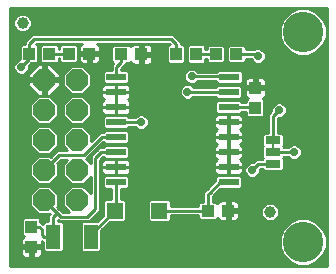
<source format=gtl>
G75*
%MOIN*%
%OFA0B0*%
%FSLAX25Y25*%
%IPPOS*%
%LPD*%
%AMOC8*
5,1,8,0,0,1.08239X$1,22.5*
%
%ADD10OC8,0.07400*%
%ADD11R,0.06657X0.02252*%
%ADD12R,0.05512X0.05512*%
%ADD13R,0.03937X0.04331*%
%ADD14R,0.04331X0.03937*%
%ADD15R,0.04724X0.07874*%
%ADD16R,0.03937X0.03937*%
%ADD17C,0.03937*%
%ADD18R,0.05000X0.02500*%
%ADD19R,0.01000X0.01600*%
%ADD20C,0.01000*%
%ADD21C,0.00900*%
%ADD22C,0.02900*%
%ADD23C,0.13500*%
D10*
X0104833Y0112901D03*
X0115833Y0112901D03*
X0115833Y0122901D03*
X0104833Y0122901D03*
X0104833Y0132901D03*
X0115833Y0132901D03*
X0115833Y0142901D03*
X0104833Y0142901D03*
X0104833Y0152901D03*
X0115833Y0152901D03*
D11*
X0128812Y0153901D03*
X0128812Y0148901D03*
X0128812Y0143901D03*
X0128812Y0138901D03*
X0128812Y0133901D03*
X0128812Y0128901D03*
X0128812Y0123901D03*
X0128812Y0118901D03*
X0166375Y0118901D03*
X0166375Y0123901D03*
X0166375Y0128901D03*
X0166375Y0133901D03*
X0166375Y0138901D03*
X0166375Y0143901D03*
X0166375Y0148901D03*
X0166572Y0153901D03*
D12*
X0143314Y0109346D03*
X0128353Y0109346D03*
D13*
X0100571Y0103950D03*
X0100571Y0097257D03*
X0175253Y0143659D03*
X0175253Y0150352D03*
X0155570Y0161533D03*
X0148877Y0161533D03*
X0106600Y0161665D03*
X0099907Y0161665D03*
D14*
X0130587Y0161525D03*
X0137280Y0161525D03*
X0159524Y0109317D03*
X0166217Y0109317D03*
D15*
X0120473Y0100701D03*
X0107874Y0100701D03*
D16*
X0113021Y0161665D03*
X0119926Y0161665D03*
X0162071Y0161533D03*
X0168976Y0161533D03*
D17*
X0097683Y0171873D03*
X0180183Y0108873D03*
D18*
X0181183Y0124873D03*
X0181183Y0128873D03*
X0181183Y0132873D03*
D19*
X0181183Y0130873D03*
D20*
X0093333Y0090903D02*
X0093333Y0176903D01*
X0199183Y0176903D01*
X0199183Y0090903D01*
X0093333Y0090903D01*
X0093333Y0091869D02*
X0187653Y0091869D01*
X0186737Y0092248D02*
X0189622Y0091053D01*
X0192745Y0091053D01*
X0195630Y0092248D01*
X0197838Y0094457D01*
X0199033Y0097342D01*
X0199033Y0100465D01*
X0197838Y0103350D01*
X0195630Y0105558D01*
X0192745Y0106753D01*
X0189622Y0106753D01*
X0186737Y0105558D01*
X0184528Y0103350D01*
X0183333Y0100465D01*
X0183333Y0097342D01*
X0184528Y0094457D01*
X0186737Y0092248D01*
X0186118Y0092867D02*
X0093333Y0092867D01*
X0093333Y0093866D02*
X0097726Y0093866D01*
X0097682Y0093891D02*
X0098024Y0093694D01*
X0098405Y0093592D01*
X0100087Y0093592D01*
X0100087Y0096773D01*
X0097103Y0096773D01*
X0097103Y0094894D01*
X0097205Y0094513D01*
X0097403Y0094171D01*
X0097682Y0093891D01*
X0097111Y0094864D02*
X0093333Y0094864D01*
X0093333Y0095863D02*
X0097103Y0095863D01*
X0097103Y0097741D02*
X0100087Y0097741D01*
X0100087Y0096773D01*
X0101056Y0096773D01*
X0101056Y0097741D01*
X0104040Y0097741D01*
X0104040Y0099225D01*
X0104241Y0099023D01*
X0104412Y0099023D01*
X0104412Y0096309D01*
X0105056Y0095664D01*
X0110692Y0095664D01*
X0111336Y0096309D01*
X0111336Y0105094D01*
X0110692Y0105738D01*
X0109424Y0105738D01*
X0109424Y0106119D01*
X0109739Y0105803D01*
X0119965Y0105803D01*
X0120873Y0106711D01*
X0123533Y0109371D01*
X0123533Y0109513D01*
X0123534Y0109514D01*
X0123533Y0110153D01*
X0123533Y0110795D01*
X0123532Y0110796D01*
X0123504Y0126260D01*
X0124473Y0127229D01*
X0125027Y0126675D01*
X0132596Y0126675D01*
X0133241Y0127320D01*
X0133241Y0130483D01*
X0132596Y0131127D01*
X0125027Y0131127D01*
X0124383Y0130483D01*
X0124383Y0130451D01*
X0123311Y0130451D01*
X0122403Y0129543D01*
X0121310Y0128450D01*
X0121309Y0128450D01*
X0120857Y0127997D01*
X0120403Y0127543D01*
X0120403Y0127542D01*
X0120402Y0127541D01*
X0120403Y0126902D01*
X0120403Y0126259D01*
X0120404Y0126258D01*
X0120407Y0125116D01*
X0118953Y0126569D01*
X0119643Y0127259D01*
X0124543Y0132159D01*
X0125027Y0131675D01*
X0132596Y0131675D01*
X0133241Y0132320D01*
X0133241Y0135483D01*
X0132596Y0136127D01*
X0125027Y0136127D01*
X0124383Y0135483D01*
X0124383Y0135451D01*
X0123451Y0135451D01*
X0120633Y0132633D01*
X0120633Y0134890D01*
X0117822Y0137701D01*
X0113845Y0137701D01*
X0111033Y0134890D01*
X0111033Y0130913D01*
X0112495Y0129451D01*
X0109191Y0129451D01*
X0107131Y0127391D01*
X0106822Y0127701D01*
X0102845Y0127701D01*
X0100033Y0124890D01*
X0100033Y0120913D01*
X0102845Y0118101D01*
X0106822Y0118101D01*
X0109633Y0120913D01*
X0109633Y0124890D01*
X0109323Y0125199D01*
X0110475Y0126351D01*
X0112495Y0126351D01*
X0111033Y0124890D01*
X0111033Y0120913D01*
X0113845Y0118101D01*
X0117822Y0118101D01*
X0120414Y0120694D01*
X0120424Y0115098D01*
X0117822Y0117701D01*
X0113845Y0117701D01*
X0111033Y0114890D01*
X0111033Y0110913D01*
X0113043Y0108903D01*
X0111023Y0108903D01*
X0110802Y0109124D01*
X0109894Y0110032D01*
X0109323Y0110603D01*
X0109633Y0110913D01*
X0109633Y0114890D01*
X0106822Y0117701D01*
X0102845Y0117701D01*
X0100033Y0114890D01*
X0100033Y0110913D01*
X0102845Y0108101D01*
X0106679Y0108101D01*
X0106324Y0107746D01*
X0106324Y0105738D01*
X0105056Y0105738D01*
X0104412Y0105094D01*
X0104412Y0104937D01*
X0103849Y0105500D01*
X0103640Y0105500D01*
X0103640Y0106571D01*
X0102995Y0107215D01*
X0098147Y0107215D01*
X0097503Y0106571D01*
X0097503Y0101329D01*
X0098016Y0100816D01*
X0097682Y0100623D01*
X0097403Y0100343D01*
X0097205Y0100001D01*
X0097103Y0099620D01*
X0097103Y0097741D01*
X0097103Y0097860D02*
X0093333Y0097860D01*
X0093333Y0098858D02*
X0097103Y0098858D01*
X0097166Y0099857D02*
X0093333Y0099857D01*
X0093333Y0100855D02*
X0097976Y0100855D01*
X0097503Y0101854D02*
X0093333Y0101854D01*
X0093333Y0102852D02*
X0097503Y0102852D01*
X0097503Y0103851D02*
X0093333Y0103851D01*
X0093333Y0104850D02*
X0097503Y0104850D01*
X0097503Y0105848D02*
X0093333Y0105848D01*
X0093333Y0106847D02*
X0097779Y0106847D01*
X0101104Y0109842D02*
X0093333Y0109842D01*
X0093333Y0108844D02*
X0102103Y0108844D01*
X0103364Y0106847D02*
X0106324Y0106847D01*
X0106324Y0105848D02*
X0103640Y0105848D01*
X0106423Y0107845D02*
X0093333Y0107845D01*
X0093333Y0110841D02*
X0100106Y0110841D01*
X0100033Y0111839D02*
X0093333Y0111839D01*
X0093333Y0112838D02*
X0100033Y0112838D01*
X0100033Y0113836D02*
X0093333Y0113836D01*
X0093333Y0114835D02*
X0100033Y0114835D01*
X0100977Y0115833D02*
X0093333Y0115833D01*
X0093333Y0116832D02*
X0101975Y0116832D01*
X0102118Y0118829D02*
X0093333Y0118829D01*
X0093333Y0119827D02*
X0101119Y0119827D01*
X0100121Y0120826D02*
X0093333Y0120826D01*
X0093333Y0121824D02*
X0100033Y0121824D01*
X0100033Y0122823D02*
X0093333Y0122823D01*
X0093333Y0123821D02*
X0100033Y0123821D01*
X0100033Y0124820D02*
X0093333Y0124820D01*
X0093333Y0125818D02*
X0100962Y0125818D01*
X0101961Y0126817D02*
X0093333Y0126817D01*
X0093333Y0127815D02*
X0107555Y0127815D01*
X0106822Y0128101D02*
X0109633Y0130913D01*
X0109633Y0134890D01*
X0106822Y0137701D01*
X0102845Y0137701D01*
X0100033Y0134890D01*
X0100033Y0130913D01*
X0102845Y0128101D01*
X0106822Y0128101D01*
X0107534Y0128814D02*
X0108554Y0128814D01*
X0108533Y0129812D02*
X0112134Y0129812D01*
X0111136Y0130811D02*
X0109531Y0130811D01*
X0109633Y0131809D02*
X0111033Y0131809D01*
X0111033Y0132808D02*
X0109633Y0132808D01*
X0109633Y0133806D02*
X0111033Y0133806D01*
X0111033Y0134805D02*
X0109633Y0134805D01*
X0108719Y0135803D02*
X0111947Y0135803D01*
X0112946Y0136802D02*
X0107721Y0136802D01*
X0106822Y0138101D02*
X0109633Y0140913D01*
X0109633Y0144890D01*
X0106822Y0147701D01*
X0102845Y0147701D01*
X0100033Y0144890D01*
X0100033Y0140913D01*
X0102845Y0138101D01*
X0106822Y0138101D01*
X0107519Y0138799D02*
X0113148Y0138799D01*
X0113845Y0138101D02*
X0117822Y0138101D01*
X0120633Y0140913D01*
X0120633Y0144890D01*
X0117822Y0147701D01*
X0113845Y0147701D01*
X0111033Y0144890D01*
X0111033Y0140913D01*
X0113845Y0138101D01*
X0112149Y0139797D02*
X0108518Y0139797D01*
X0109516Y0140796D02*
X0111151Y0140796D01*
X0111033Y0141794D02*
X0109633Y0141794D01*
X0109633Y0142793D02*
X0111033Y0142793D01*
X0111033Y0143791D02*
X0109633Y0143791D01*
X0109633Y0144790D02*
X0111033Y0144790D01*
X0111932Y0145788D02*
X0108734Y0145788D01*
X0107736Y0146787D02*
X0112931Y0146787D01*
X0113845Y0148101D02*
X0117822Y0148101D01*
X0120633Y0150913D01*
X0120633Y0154890D01*
X0117822Y0157701D01*
X0113845Y0157701D01*
X0111033Y0154890D01*
X0111033Y0150913D01*
X0113845Y0148101D01*
X0113162Y0148784D02*
X0108070Y0148784D01*
X0109068Y0149783D02*
X0112164Y0149783D01*
X0111165Y0150781D02*
X0110033Y0150781D01*
X0110033Y0150747D02*
X0110033Y0152401D01*
X0105333Y0152401D01*
X0105333Y0147701D01*
X0106987Y0147701D01*
X0110033Y0150747D01*
X0110033Y0151780D02*
X0111033Y0151780D01*
X0111033Y0152778D02*
X0105333Y0152778D01*
X0105333Y0152401D02*
X0105333Y0153401D01*
X0104333Y0153401D01*
X0104333Y0152401D01*
X0099633Y0152401D01*
X0099633Y0150747D01*
X0102679Y0147701D01*
X0104333Y0147701D01*
X0104333Y0152401D01*
X0105333Y0152401D01*
X0105333Y0151780D02*
X0104333Y0151780D01*
X0104333Y0152778D02*
X0093333Y0152778D01*
X0093333Y0151780D02*
X0099633Y0151780D01*
X0099633Y0150781D02*
X0093333Y0150781D01*
X0093333Y0149783D02*
X0100598Y0149783D01*
X0101597Y0148784D02*
X0093333Y0148784D01*
X0093333Y0147785D02*
X0102595Y0147785D01*
X0101931Y0146787D02*
X0093333Y0146787D01*
X0093333Y0145788D02*
X0100932Y0145788D01*
X0100033Y0144790D02*
X0093333Y0144790D01*
X0093333Y0143791D02*
X0100033Y0143791D01*
X0100033Y0142793D02*
X0093333Y0142793D01*
X0093333Y0141794D02*
X0100033Y0141794D01*
X0100151Y0140796D02*
X0093333Y0140796D01*
X0093333Y0139797D02*
X0101149Y0139797D01*
X0102148Y0138799D02*
X0093333Y0138799D01*
X0093333Y0137800D02*
X0124383Y0137800D01*
X0124383Y0137320D02*
X0125027Y0136675D01*
X0132596Y0136675D01*
X0133241Y0137320D01*
X0133241Y0137351D01*
X0135099Y0137351D01*
X0135739Y0136712D01*
X0136676Y0136323D01*
X0137691Y0136323D01*
X0138628Y0136712D01*
X0139345Y0137429D01*
X0139733Y0138366D01*
X0139733Y0139381D01*
X0139345Y0140318D01*
X0138628Y0141035D01*
X0137691Y0141423D01*
X0136676Y0141423D01*
X0135739Y0141035D01*
X0135155Y0140451D01*
X0133241Y0140451D01*
X0133241Y0140483D01*
X0132596Y0141127D01*
X0125027Y0141127D01*
X0124383Y0140483D01*
X0124383Y0137320D01*
X0124901Y0136802D02*
X0118721Y0136802D01*
X0119719Y0135803D02*
X0124704Y0135803D01*
X0122805Y0134805D02*
X0120633Y0134805D01*
X0120633Y0133806D02*
X0121806Y0133806D01*
X0120808Y0132808D02*
X0120633Y0132808D01*
X0123195Y0130811D02*
X0124711Y0130811D01*
X0124893Y0131809D02*
X0124193Y0131809D01*
X0122672Y0129812D02*
X0122196Y0129812D01*
X0122403Y0129543D02*
X0122403Y0129543D01*
X0121674Y0128814D02*
X0121198Y0128814D01*
X0120675Y0127815D02*
X0120199Y0127815D01*
X0120403Y0126817D02*
X0119201Y0126817D01*
X0119705Y0125818D02*
X0120405Y0125818D01*
X0123505Y0125818D02*
X0124208Y0125818D01*
X0124283Y0125948D02*
X0124085Y0125606D01*
X0123983Y0125225D01*
X0123983Y0123964D01*
X0128749Y0123964D01*
X0128749Y0123838D01*
X0128875Y0123838D01*
X0128875Y0121275D01*
X0132338Y0121275D01*
X0132720Y0121378D01*
X0133062Y0121575D01*
X0133341Y0121854D01*
X0133538Y0122196D01*
X0133641Y0122578D01*
X0133641Y0123838D01*
X0128875Y0123838D01*
X0128875Y0123964D01*
X0133641Y0123964D01*
X0133641Y0125225D01*
X0133538Y0125606D01*
X0133341Y0125948D01*
X0133062Y0126228D01*
X0132720Y0126425D01*
X0132338Y0126527D01*
X0128875Y0126527D01*
X0128875Y0123964D01*
X0128749Y0123964D01*
X0128749Y0126527D01*
X0125286Y0126527D01*
X0124904Y0126425D01*
X0124562Y0126228D01*
X0124283Y0125948D01*
X0124061Y0126817D02*
X0124886Y0126817D01*
X0123983Y0124820D02*
X0123507Y0124820D01*
X0123509Y0123821D02*
X0123983Y0123821D01*
X0123983Y0123838D02*
X0123983Y0122578D01*
X0124085Y0122196D01*
X0124283Y0121854D01*
X0124562Y0121575D01*
X0124904Y0121378D01*
X0125286Y0121275D01*
X0128749Y0121275D01*
X0128749Y0123838D01*
X0123983Y0123838D01*
X0123983Y0122823D02*
X0123511Y0122823D01*
X0123512Y0121824D02*
X0124313Y0121824D01*
X0125027Y0121127D02*
X0124383Y0120483D01*
X0124383Y0117320D01*
X0125027Y0116675D01*
X0127262Y0116675D01*
X0127262Y0113201D01*
X0125141Y0113201D01*
X0124497Y0112557D01*
X0124497Y0107682D01*
X0122554Y0105738D01*
X0117655Y0105738D01*
X0117010Y0105094D01*
X0117010Y0096309D01*
X0117655Y0095664D01*
X0123290Y0095664D01*
X0123935Y0096309D01*
X0123935Y0102735D01*
X0126689Y0105490D01*
X0131565Y0105490D01*
X0132209Y0106134D01*
X0132209Y0112557D01*
X0131565Y0113201D01*
X0130362Y0113201D01*
X0130362Y0116675D01*
X0132596Y0116675D01*
X0133241Y0117320D01*
X0133241Y0120483D01*
X0132596Y0121127D01*
X0125027Y0121127D01*
X0124726Y0120826D02*
X0123514Y0120826D01*
X0123516Y0119827D02*
X0124383Y0119827D01*
X0124383Y0118829D02*
X0123518Y0118829D01*
X0123520Y0117830D02*
X0124383Y0117830D01*
X0124871Y0116832D02*
X0123521Y0116832D01*
X0123523Y0115833D02*
X0127262Y0115833D01*
X0127262Y0114835D02*
X0123525Y0114835D01*
X0123527Y0113836D02*
X0127262Y0113836D01*
X0124778Y0112838D02*
X0123529Y0112838D01*
X0123530Y0111839D02*
X0124497Y0111839D01*
X0124497Y0110841D02*
X0123532Y0110841D01*
X0123534Y0109842D02*
X0124497Y0109842D01*
X0124497Y0108844D02*
X0123006Y0108844D01*
X0122007Y0107845D02*
X0124497Y0107845D01*
X0123662Y0106847D02*
X0121009Y0106847D01*
X0120010Y0105848D02*
X0122663Y0105848D01*
X0125050Y0103851D02*
X0185029Y0103851D01*
X0184322Y0102852D02*
X0124052Y0102852D01*
X0123935Y0101854D02*
X0183909Y0101854D01*
X0183495Y0100855D02*
X0123935Y0100855D01*
X0123935Y0099857D02*
X0183333Y0099857D01*
X0183333Y0098858D02*
X0123935Y0098858D01*
X0123935Y0097860D02*
X0183333Y0097860D01*
X0183532Y0096861D02*
X0123935Y0096861D01*
X0123489Y0095863D02*
X0183946Y0095863D01*
X0184360Y0094864D02*
X0104032Y0094864D01*
X0104040Y0094894D02*
X0104040Y0096773D01*
X0101056Y0096773D01*
X0101056Y0093592D01*
X0102737Y0093592D01*
X0103119Y0093694D01*
X0103461Y0093891D01*
X0103740Y0094171D01*
X0103938Y0094513D01*
X0104040Y0094894D01*
X0104040Y0095863D02*
X0104858Y0095863D01*
X0104412Y0096861D02*
X0101056Y0096861D01*
X0100087Y0096861D02*
X0093333Y0096861D01*
X0100087Y0095863D02*
X0101056Y0095863D01*
X0101056Y0094864D02*
X0100087Y0094864D01*
X0100087Y0093866D02*
X0101056Y0093866D01*
X0103417Y0093866D02*
X0185119Y0093866D01*
X0194714Y0091869D02*
X0199183Y0091869D01*
X0199183Y0092867D02*
X0196249Y0092867D01*
X0197247Y0093866D02*
X0199183Y0093866D01*
X0199183Y0094864D02*
X0198007Y0094864D01*
X0198421Y0095863D02*
X0199183Y0095863D01*
X0199183Y0096861D02*
X0198834Y0096861D01*
X0199033Y0097860D02*
X0199183Y0097860D01*
X0199183Y0098858D02*
X0199033Y0098858D01*
X0199033Y0099857D02*
X0199183Y0099857D01*
X0199183Y0100855D02*
X0198871Y0100855D01*
X0199183Y0101854D02*
X0198458Y0101854D01*
X0198044Y0102852D02*
X0199183Y0102852D01*
X0199183Y0103851D02*
X0197337Y0103851D01*
X0196339Y0104850D02*
X0199183Y0104850D01*
X0199183Y0105848D02*
X0194930Y0105848D01*
X0199183Y0106847D02*
X0182496Y0106847D01*
X0182785Y0107135D02*
X0183252Y0108263D01*
X0183252Y0109484D01*
X0182785Y0110611D01*
X0181921Y0111475D01*
X0180794Y0111942D01*
X0179573Y0111942D01*
X0178445Y0111475D01*
X0177582Y0110611D01*
X0177115Y0109484D01*
X0177115Y0108263D01*
X0177582Y0107135D01*
X0178445Y0106272D01*
X0179573Y0105805D01*
X0180794Y0105805D01*
X0181921Y0106272D01*
X0182785Y0107135D01*
X0183079Y0107845D02*
X0199183Y0107845D01*
X0199183Y0108844D02*
X0183252Y0108844D01*
X0183103Y0109842D02*
X0199183Y0109842D01*
X0199183Y0110841D02*
X0182556Y0110841D01*
X0181042Y0111839D02*
X0199183Y0111839D01*
X0199183Y0112838D02*
X0161074Y0112838D01*
X0161074Y0112386D02*
X0161074Y0114152D01*
X0161193Y0114271D01*
X0161613Y0114691D01*
X0163597Y0116675D01*
X0170159Y0116675D01*
X0170804Y0117320D01*
X0170804Y0120483D01*
X0170159Y0121127D01*
X0162590Y0121127D01*
X0161946Y0120483D01*
X0161946Y0119408D01*
X0159421Y0116883D01*
X0159001Y0116463D01*
X0157974Y0115436D01*
X0157974Y0112386D01*
X0156903Y0112386D01*
X0156258Y0111741D01*
X0156258Y0110896D01*
X0147170Y0110896D01*
X0147170Y0112557D01*
X0146525Y0113201D01*
X0140102Y0113201D01*
X0139458Y0112557D01*
X0139458Y0106134D01*
X0140102Y0105490D01*
X0146525Y0105490D01*
X0147170Y0106134D01*
X0147170Y0107796D01*
X0156258Y0107796D01*
X0156258Y0106893D01*
X0156903Y0106249D01*
X0162145Y0106249D01*
X0162658Y0106762D01*
X0162851Y0106428D01*
X0163130Y0106148D01*
X0163472Y0105951D01*
X0163854Y0105849D01*
X0165732Y0105849D01*
X0165732Y0108833D01*
X0166701Y0108833D01*
X0166701Y0109802D01*
X0165732Y0109802D01*
X0165732Y0112786D01*
X0163854Y0112786D01*
X0163472Y0112684D01*
X0163130Y0112486D01*
X0162851Y0112207D01*
X0162658Y0111872D01*
X0162145Y0112386D01*
X0161074Y0112386D01*
X0161074Y0113836D02*
X0199183Y0113836D01*
X0199183Y0114835D02*
X0161757Y0114835D01*
X0162755Y0115833D02*
X0199183Y0115833D01*
X0199183Y0116832D02*
X0170316Y0116832D01*
X0170804Y0117830D02*
X0199183Y0117830D01*
X0199183Y0118829D02*
X0170804Y0118829D01*
X0170804Y0119827D02*
X0199183Y0119827D01*
X0199183Y0120826D02*
X0175742Y0120826D01*
X0175628Y0120712D02*
X0176345Y0121429D01*
X0176733Y0122366D01*
X0176733Y0123231D01*
X0176825Y0123323D01*
X0177583Y0123323D01*
X0177583Y0123168D01*
X0178228Y0122523D01*
X0184139Y0122523D01*
X0184783Y0123168D01*
X0184783Y0126579D01*
X0184489Y0126873D01*
X0184783Y0127168D01*
X0184783Y0127323D01*
X0186127Y0127323D01*
X0186739Y0126712D01*
X0187676Y0126323D01*
X0188691Y0126323D01*
X0189628Y0126712D01*
X0190345Y0127429D01*
X0190733Y0128366D01*
X0190733Y0129381D01*
X0190345Y0130318D01*
X0189628Y0131035D01*
X0188691Y0131423D01*
X0187676Y0131423D01*
X0186739Y0131035D01*
X0186127Y0130423D01*
X0184783Y0130423D01*
X0184783Y0130579D01*
X0184489Y0130873D01*
X0184783Y0131168D01*
X0184783Y0134579D01*
X0184139Y0135223D01*
X0182733Y0135223D01*
X0182733Y0140231D01*
X0182825Y0140323D01*
X0183691Y0140323D01*
X0184628Y0140712D01*
X0185345Y0141429D01*
X0185733Y0142366D01*
X0185733Y0143381D01*
X0185345Y0144318D01*
X0184628Y0145035D01*
X0183691Y0145423D01*
X0182676Y0145423D01*
X0181739Y0145035D01*
X0181022Y0144318D01*
X0180633Y0143381D01*
X0180633Y0142515D01*
X0179633Y0141515D01*
X0179633Y0135223D01*
X0178228Y0135223D01*
X0177583Y0134579D01*
X0177583Y0131168D01*
X0177878Y0130873D01*
X0177583Y0130579D01*
X0177583Y0127168D01*
X0177878Y0126873D01*
X0177583Y0126579D01*
X0177583Y0126423D01*
X0175541Y0126423D01*
X0174541Y0125423D01*
X0173676Y0125423D01*
X0172739Y0125035D01*
X0172022Y0124318D01*
X0171633Y0123381D01*
X0171633Y0122366D01*
X0172022Y0121429D01*
X0172739Y0120712D01*
X0173676Y0120323D01*
X0174691Y0120323D01*
X0175628Y0120712D01*
X0176509Y0121824D02*
X0199183Y0121824D01*
X0199183Y0122823D02*
X0184438Y0122823D01*
X0184783Y0123821D02*
X0199183Y0123821D01*
X0199183Y0124820D02*
X0184783Y0124820D01*
X0184783Y0125818D02*
X0199183Y0125818D01*
X0199183Y0126817D02*
X0189733Y0126817D01*
X0190505Y0127815D02*
X0199183Y0127815D01*
X0199183Y0128814D02*
X0190733Y0128814D01*
X0190554Y0129812D02*
X0199183Y0129812D01*
X0199183Y0130811D02*
X0189852Y0130811D01*
X0186515Y0130811D02*
X0184551Y0130811D01*
X0184783Y0131809D02*
X0199183Y0131809D01*
X0199183Y0132808D02*
X0184783Y0132808D01*
X0184783Y0133806D02*
X0199183Y0133806D01*
X0199183Y0134805D02*
X0184557Y0134805D01*
X0182733Y0135803D02*
X0199183Y0135803D01*
X0199183Y0136802D02*
X0182733Y0136802D01*
X0182733Y0137800D02*
X0199183Y0137800D01*
X0199183Y0138799D02*
X0182733Y0138799D01*
X0182733Y0139797D02*
X0199183Y0139797D01*
X0199183Y0140796D02*
X0184712Y0140796D01*
X0185497Y0141794D02*
X0199183Y0141794D01*
X0199183Y0142793D02*
X0185733Y0142793D01*
X0185563Y0143791D02*
X0199183Y0143791D01*
X0199183Y0144790D02*
X0184873Y0144790D01*
X0181494Y0144790D02*
X0178322Y0144790D01*
X0178322Y0145788D02*
X0199183Y0145788D01*
X0199183Y0146787D02*
X0177815Y0146787D01*
X0177809Y0146793D02*
X0178143Y0146986D01*
X0178422Y0147265D01*
X0178620Y0147607D01*
X0178722Y0147989D01*
X0178722Y0149868D01*
X0175738Y0149868D01*
X0175738Y0150836D01*
X0178722Y0150836D01*
X0178722Y0152715D01*
X0178620Y0153096D01*
X0178422Y0153438D01*
X0178143Y0153717D01*
X0177801Y0153915D01*
X0177419Y0154017D01*
X0175738Y0154017D01*
X0175738Y0150836D01*
X0174769Y0150836D01*
X0174769Y0149868D01*
X0171785Y0149868D01*
X0171785Y0147989D01*
X0171887Y0147607D01*
X0172085Y0147265D01*
X0172364Y0146986D01*
X0172698Y0146793D01*
X0172185Y0146280D01*
X0172185Y0145451D01*
X0170804Y0145451D01*
X0170804Y0145483D01*
X0170159Y0146127D01*
X0162590Y0146127D01*
X0161946Y0145483D01*
X0161946Y0142320D01*
X0162590Y0141675D01*
X0170159Y0141675D01*
X0170804Y0142320D01*
X0170804Y0142351D01*
X0172185Y0142351D01*
X0172185Y0141038D01*
X0172829Y0140394D01*
X0177677Y0140394D01*
X0178322Y0141038D01*
X0178322Y0146280D01*
X0177809Y0146793D01*
X0178667Y0147785D02*
X0199183Y0147785D01*
X0199183Y0148784D02*
X0178722Y0148784D01*
X0178722Y0149783D02*
X0199183Y0149783D01*
X0199183Y0150781D02*
X0175738Y0150781D01*
X0174769Y0150781D02*
X0170505Y0150781D01*
X0170804Y0150483D02*
X0170159Y0151127D01*
X0162590Y0151127D01*
X0161946Y0150483D01*
X0161946Y0150451D01*
X0154610Y0150451D01*
X0153998Y0151063D01*
X0153061Y0151451D01*
X0152046Y0151451D01*
X0151109Y0151063D01*
X0150392Y0150346D01*
X0150003Y0149409D01*
X0150003Y0148394D01*
X0150392Y0147457D01*
X0151109Y0146740D01*
X0152046Y0146351D01*
X0153061Y0146351D01*
X0153998Y0146740D01*
X0154610Y0147351D01*
X0161946Y0147351D01*
X0161946Y0147320D01*
X0162590Y0146675D01*
X0170159Y0146675D01*
X0170804Y0147320D01*
X0170804Y0150483D01*
X0170804Y0149783D02*
X0171785Y0149783D01*
X0171785Y0148784D02*
X0170804Y0148784D01*
X0170804Y0147785D02*
X0171839Y0147785D01*
X0172692Y0146787D02*
X0170271Y0146787D01*
X0170498Y0145788D02*
X0172185Y0145788D01*
X0172185Y0141794D02*
X0170278Y0141794D01*
X0170283Y0141425D02*
X0169901Y0141527D01*
X0166438Y0141527D01*
X0166438Y0138964D01*
X0171204Y0138964D01*
X0171204Y0140225D01*
X0171101Y0140606D01*
X0170904Y0140948D01*
X0170625Y0141228D01*
X0170283Y0141425D01*
X0170992Y0140796D02*
X0172427Y0140796D01*
X0171204Y0139797D02*
X0179633Y0139797D01*
X0179633Y0138799D02*
X0171204Y0138799D01*
X0171204Y0138838D02*
X0166438Y0138838D01*
X0166438Y0136275D01*
X0166438Y0133964D01*
X0171204Y0133964D01*
X0171204Y0135225D01*
X0171101Y0135606D01*
X0170904Y0135948D01*
X0170625Y0136228D01*
X0170324Y0136401D01*
X0170625Y0136575D01*
X0170904Y0136854D01*
X0171101Y0137196D01*
X0171204Y0137578D01*
X0171204Y0138838D01*
X0171204Y0137800D02*
X0179633Y0137800D01*
X0179633Y0136802D02*
X0170851Y0136802D01*
X0170988Y0135803D02*
X0179633Y0135803D01*
X0177809Y0134805D02*
X0171204Y0134805D01*
X0171204Y0133838D02*
X0166438Y0133838D01*
X0166438Y0131275D01*
X0166438Y0128964D01*
X0171204Y0128964D01*
X0171204Y0130225D01*
X0171101Y0130606D01*
X0170904Y0130948D01*
X0170625Y0131228D01*
X0170324Y0131401D01*
X0170625Y0131575D01*
X0170904Y0131854D01*
X0171101Y0132196D01*
X0171204Y0132578D01*
X0171204Y0133838D01*
X0171204Y0133806D02*
X0177583Y0133806D01*
X0177583Y0132808D02*
X0171204Y0132808D01*
X0170859Y0131809D02*
X0177583Y0131809D01*
X0177815Y0130811D02*
X0170983Y0130811D01*
X0171204Y0129812D02*
X0177583Y0129812D01*
X0177583Y0128814D02*
X0171204Y0128814D01*
X0171204Y0128838D02*
X0166438Y0128838D01*
X0166438Y0126275D01*
X0166438Y0123964D01*
X0171204Y0123964D01*
X0171204Y0125225D01*
X0171101Y0125606D01*
X0170904Y0125948D01*
X0170625Y0126228D01*
X0170324Y0126401D01*
X0170625Y0126575D01*
X0170904Y0126854D01*
X0171101Y0127196D01*
X0171204Y0127578D01*
X0171204Y0128838D01*
X0171204Y0127815D02*
X0177583Y0127815D01*
X0177821Y0126817D02*
X0170866Y0126817D01*
X0170979Y0125818D02*
X0174936Y0125818D01*
X0172523Y0124820D02*
X0171204Y0124820D01*
X0171204Y0123838D02*
X0166438Y0123838D01*
X0166438Y0121275D01*
X0169901Y0121275D01*
X0170283Y0121378D01*
X0170625Y0121575D01*
X0170904Y0121854D01*
X0171101Y0122196D01*
X0171204Y0122578D01*
X0171204Y0123838D01*
X0171204Y0123821D02*
X0171816Y0123821D01*
X0171633Y0122823D02*
X0171204Y0122823D01*
X0170874Y0121824D02*
X0171858Y0121824D01*
X0172625Y0120826D02*
X0170461Y0120826D01*
X0166438Y0121824D02*
X0166312Y0121824D01*
X0166312Y0121275D02*
X0166312Y0123838D01*
X0166438Y0123838D01*
X0166438Y0123964D01*
X0166312Y0123964D01*
X0166312Y0123838D01*
X0161546Y0123838D01*
X0161546Y0122578D01*
X0161648Y0122196D01*
X0161846Y0121854D01*
X0162125Y0121575D01*
X0162467Y0121378D01*
X0162849Y0121275D01*
X0166312Y0121275D01*
X0166312Y0122823D02*
X0166438Y0122823D01*
X0166438Y0123821D02*
X0166312Y0123821D01*
X0166312Y0123964D02*
X0161546Y0123964D01*
X0161546Y0125225D01*
X0161648Y0125606D01*
X0161846Y0125948D01*
X0162125Y0126228D01*
X0162426Y0126401D01*
X0162125Y0126575D01*
X0161846Y0126854D01*
X0161648Y0127196D01*
X0161546Y0127578D01*
X0161546Y0128838D01*
X0166312Y0128838D01*
X0166438Y0128838D01*
X0166438Y0128964D01*
X0166312Y0128964D01*
X0166312Y0128838D01*
X0166312Y0123964D01*
X0166312Y0124820D02*
X0166438Y0124820D01*
X0166438Y0125818D02*
X0166312Y0125818D01*
X0166312Y0126817D02*
X0166438Y0126817D01*
X0166438Y0127815D02*
X0166312Y0127815D01*
X0166312Y0128814D02*
X0166438Y0128814D01*
X0166312Y0128964D02*
X0161546Y0128964D01*
X0161546Y0130225D01*
X0161648Y0130606D01*
X0161846Y0130948D01*
X0162125Y0131228D01*
X0162426Y0131401D01*
X0162125Y0131575D01*
X0161846Y0131854D01*
X0161648Y0132196D01*
X0161546Y0132578D01*
X0161546Y0133838D01*
X0166312Y0133838D01*
X0166438Y0133838D01*
X0166438Y0133964D01*
X0166312Y0133964D01*
X0166312Y0133838D01*
X0166312Y0128964D01*
X0166312Y0129812D02*
X0166438Y0129812D01*
X0166438Y0130811D02*
X0166312Y0130811D01*
X0166312Y0131809D02*
X0166438Y0131809D01*
X0166438Y0132808D02*
X0166312Y0132808D01*
X0166312Y0133806D02*
X0166438Y0133806D01*
X0166312Y0133964D02*
X0161546Y0133964D01*
X0161546Y0135225D01*
X0161648Y0135606D01*
X0161846Y0135948D01*
X0162125Y0136228D01*
X0162426Y0136401D01*
X0162125Y0136575D01*
X0161846Y0136854D01*
X0161648Y0137196D01*
X0161546Y0137578D01*
X0161546Y0138838D01*
X0166312Y0138838D01*
X0166438Y0138838D01*
X0166438Y0138964D01*
X0166312Y0138964D01*
X0166312Y0138838D01*
X0166312Y0133964D01*
X0166312Y0134805D02*
X0166438Y0134805D01*
X0166438Y0135803D02*
X0166312Y0135803D01*
X0166312Y0136802D02*
X0166438Y0136802D01*
X0166438Y0137800D02*
X0166312Y0137800D01*
X0166312Y0138799D02*
X0166438Y0138799D01*
X0166312Y0138964D02*
X0161546Y0138964D01*
X0161546Y0140225D01*
X0161648Y0140606D01*
X0161846Y0140948D01*
X0162125Y0141228D01*
X0162467Y0141425D01*
X0162849Y0141527D01*
X0166312Y0141527D01*
X0166312Y0138964D01*
X0166312Y0139797D02*
X0166438Y0139797D01*
X0166438Y0140796D02*
X0166312Y0140796D01*
X0162471Y0141794D02*
X0133281Y0141794D01*
X0133341Y0141854D02*
X0133538Y0142196D01*
X0133641Y0142578D01*
X0133641Y0143838D01*
X0128875Y0143838D01*
X0128875Y0141275D01*
X0132338Y0141275D01*
X0132720Y0141378D01*
X0133062Y0141575D01*
X0133341Y0141854D01*
X0133641Y0142793D02*
X0161946Y0142793D01*
X0161946Y0143791D02*
X0133641Y0143791D01*
X0133641Y0143964D02*
X0133641Y0145225D01*
X0133538Y0145606D01*
X0133341Y0145948D01*
X0133062Y0146228D01*
X0132761Y0146401D01*
X0133062Y0146575D01*
X0133341Y0146854D01*
X0133538Y0147196D01*
X0133641Y0147578D01*
X0133641Y0148838D01*
X0128875Y0148838D01*
X0128875Y0143964D01*
X0133641Y0143964D01*
X0133641Y0144790D02*
X0161946Y0144790D01*
X0162252Y0145788D02*
X0133433Y0145788D01*
X0133274Y0146787D02*
X0151061Y0146787D01*
X0150255Y0147785D02*
X0133641Y0147785D01*
X0133641Y0148784D02*
X0150003Y0148784D01*
X0150158Y0149783D02*
X0133641Y0149783D01*
X0133641Y0150225D02*
X0133538Y0150606D01*
X0133341Y0150948D01*
X0133062Y0151228D01*
X0132720Y0151425D01*
X0132338Y0151527D01*
X0128875Y0151527D01*
X0128875Y0148964D01*
X0133641Y0148964D01*
X0133641Y0150225D01*
X0133437Y0150781D02*
X0150827Y0150781D01*
X0152609Y0151940D02*
X0153546Y0151551D01*
X0154561Y0151551D01*
X0155498Y0151940D01*
X0156110Y0152551D01*
X0162143Y0152551D01*
X0162143Y0152320D01*
X0162787Y0151675D01*
X0170356Y0151675D01*
X0171000Y0152320D01*
X0171000Y0155483D01*
X0170356Y0156127D01*
X0162787Y0156127D01*
X0162311Y0155651D01*
X0156110Y0155651D01*
X0155498Y0156263D01*
X0154561Y0156651D01*
X0153546Y0156651D01*
X0152609Y0156263D01*
X0151892Y0155546D01*
X0151503Y0154609D01*
X0151503Y0153594D01*
X0151892Y0152657D01*
X0152609Y0151940D01*
X0152995Y0151780D02*
X0132700Y0151780D01*
X0132596Y0151675D02*
X0133241Y0152320D01*
X0133241Y0155483D01*
X0132596Y0156127D01*
X0130437Y0156127D01*
X0130437Y0156535D01*
X0131229Y0157327D01*
X0132137Y0158235D01*
X0132137Y0158457D01*
X0133208Y0158457D01*
X0133721Y0158970D01*
X0133914Y0158636D01*
X0134193Y0158357D01*
X0134535Y0158159D01*
X0134917Y0158057D01*
X0136795Y0158057D01*
X0136795Y0161041D01*
X0137764Y0161041D01*
X0137764Y0158057D01*
X0139643Y0158057D01*
X0140024Y0158159D01*
X0140366Y0158357D01*
X0140645Y0158636D01*
X0140843Y0158978D01*
X0140945Y0159359D01*
X0140945Y0161041D01*
X0137764Y0161041D01*
X0137764Y0162010D01*
X0136795Y0162010D01*
X0136795Y0164994D01*
X0134917Y0164994D01*
X0134535Y0164892D01*
X0134193Y0164694D01*
X0133914Y0164415D01*
X0133721Y0164081D01*
X0133208Y0164594D01*
X0127966Y0164594D01*
X0127322Y0163949D01*
X0127322Y0159101D01*
X0127966Y0158457D01*
X0127975Y0158457D01*
X0127337Y0157819D01*
X0127337Y0156127D01*
X0125027Y0156127D01*
X0124383Y0155483D01*
X0124383Y0152320D01*
X0125027Y0151675D01*
X0132596Y0151675D01*
X0133241Y0152778D02*
X0151841Y0152778D01*
X0151503Y0153777D02*
X0133241Y0153777D01*
X0133241Y0154775D02*
X0151572Y0154775D01*
X0152119Y0155774D02*
X0132950Y0155774D01*
X0131673Y0157771D02*
X0199183Y0157771D01*
X0199183Y0158769D02*
X0177685Y0158769D01*
X0177628Y0158712D02*
X0178345Y0159429D01*
X0178733Y0160366D01*
X0178733Y0161381D01*
X0178345Y0162318D01*
X0177628Y0163035D01*
X0176691Y0163423D01*
X0175676Y0163423D01*
X0174855Y0163083D01*
X0172045Y0163083D01*
X0172045Y0163957D01*
X0171400Y0164602D01*
X0166552Y0164602D01*
X0165908Y0163957D01*
X0165908Y0159109D01*
X0166552Y0158465D01*
X0171400Y0158465D01*
X0172045Y0159109D01*
X0172045Y0159983D01*
X0173792Y0159983D01*
X0174022Y0159429D01*
X0174739Y0158712D01*
X0175676Y0158323D01*
X0176691Y0158323D01*
X0177628Y0158712D01*
X0178485Y0159768D02*
X0199183Y0159768D01*
X0199183Y0160766D02*
X0178733Y0160766D01*
X0178574Y0161765D02*
X0187905Y0161765D01*
X0186737Y0162248D02*
X0189622Y0161053D01*
X0192745Y0161053D01*
X0195630Y0162248D01*
X0197838Y0164457D01*
X0199033Y0167342D01*
X0199033Y0170465D01*
X0197838Y0173350D01*
X0195630Y0175558D01*
X0192745Y0176753D01*
X0189622Y0176753D01*
X0186737Y0175558D01*
X0184528Y0173350D01*
X0183333Y0170465D01*
X0183333Y0167342D01*
X0184528Y0164457D01*
X0186737Y0162248D01*
X0186222Y0162763D02*
X0177900Y0162763D01*
X0173881Y0159768D02*
X0172045Y0159768D01*
X0171705Y0158769D02*
X0174681Y0158769D01*
X0170710Y0155774D02*
X0199183Y0155774D01*
X0199183Y0156772D02*
X0130674Y0156772D01*
X0127337Y0156772D02*
X0118751Y0156772D01*
X0119749Y0155774D02*
X0124674Y0155774D01*
X0124383Y0154775D02*
X0120633Y0154775D01*
X0120633Y0153777D02*
X0124383Y0153777D01*
X0124383Y0152778D02*
X0120633Y0152778D01*
X0120633Y0151780D02*
X0124923Y0151780D01*
X0124904Y0151425D02*
X0125286Y0151527D01*
X0128749Y0151527D01*
X0128749Y0148964D01*
X0128749Y0148838D01*
X0128875Y0148838D01*
X0128875Y0148964D01*
X0128749Y0148964D01*
X0123983Y0148964D01*
X0123983Y0150225D01*
X0124085Y0150606D01*
X0124283Y0150948D01*
X0124562Y0151228D01*
X0124904Y0151425D01*
X0124186Y0150781D02*
X0120501Y0150781D01*
X0119503Y0149783D02*
X0123983Y0149783D01*
X0123983Y0148838D02*
X0123983Y0147578D01*
X0124085Y0147196D01*
X0124283Y0146854D01*
X0124562Y0146575D01*
X0124863Y0146401D01*
X0124562Y0146228D01*
X0124283Y0145948D01*
X0124085Y0145606D01*
X0123983Y0145225D01*
X0123983Y0143964D01*
X0128749Y0143964D01*
X0128749Y0143838D01*
X0128875Y0143838D01*
X0128875Y0143964D01*
X0128749Y0143964D01*
X0128749Y0146527D01*
X0128749Y0148838D01*
X0123983Y0148838D01*
X0123983Y0148784D02*
X0118504Y0148784D01*
X0118736Y0146787D02*
X0124350Y0146787D01*
X0124191Y0145788D02*
X0119734Y0145788D01*
X0120633Y0144790D02*
X0123983Y0144790D01*
X0123983Y0143838D02*
X0123983Y0142578D01*
X0124085Y0142196D01*
X0124283Y0141854D01*
X0124562Y0141575D01*
X0124904Y0141378D01*
X0125286Y0141275D01*
X0128749Y0141275D01*
X0128749Y0143838D01*
X0123983Y0143838D01*
X0123983Y0143791D02*
X0120633Y0143791D01*
X0120633Y0142793D02*
X0123983Y0142793D01*
X0124343Y0141794D02*
X0120633Y0141794D01*
X0120516Y0140796D02*
X0124696Y0140796D01*
X0124383Y0139797D02*
X0119518Y0139797D01*
X0118519Y0138799D02*
X0124383Y0138799D01*
X0128749Y0141794D02*
X0128875Y0141794D01*
X0128875Y0142793D02*
X0128749Y0142793D01*
X0128749Y0143791D02*
X0128875Y0143791D01*
X0128875Y0144790D02*
X0128749Y0144790D01*
X0128749Y0145788D02*
X0128875Y0145788D01*
X0128875Y0146787D02*
X0128749Y0146787D01*
X0128749Y0147785D02*
X0128875Y0147785D01*
X0128875Y0148784D02*
X0128749Y0148784D01*
X0128749Y0149783D02*
X0128875Y0149783D01*
X0128875Y0150781D02*
X0128749Y0150781D01*
X0123983Y0147785D02*
X0107071Y0147785D01*
X0105333Y0147785D02*
X0104333Y0147785D01*
X0104333Y0148784D02*
X0105333Y0148784D01*
X0105333Y0149783D02*
X0104333Y0149783D01*
X0104333Y0150781D02*
X0105333Y0150781D01*
X0105333Y0153401D02*
X0110033Y0153401D01*
X0110033Y0155055D01*
X0106987Y0158101D01*
X0105333Y0158101D01*
X0105333Y0153401D01*
X0105333Y0153777D02*
X0104333Y0153777D01*
X0104333Y0153401D02*
X0104333Y0158101D01*
X0102679Y0158101D01*
X0099633Y0155055D01*
X0099633Y0153401D01*
X0104333Y0153401D01*
X0104333Y0154775D02*
X0105333Y0154775D01*
X0105333Y0155774D02*
X0104333Y0155774D01*
X0104333Y0156772D02*
X0105333Y0156772D01*
X0105333Y0157771D02*
X0104333Y0157771D01*
X0104176Y0158400D02*
X0109024Y0158400D01*
X0109668Y0159044D01*
X0109668Y0160115D01*
X0109952Y0160115D01*
X0109952Y0159241D01*
X0110596Y0158597D01*
X0115445Y0158597D01*
X0116089Y0159241D01*
X0116089Y0164089D01*
X0115445Y0164734D01*
X0110596Y0164734D01*
X0109952Y0164089D01*
X0109952Y0163215D01*
X0109668Y0163215D01*
X0109668Y0164286D01*
X0109024Y0164931D01*
X0104176Y0164931D01*
X0103531Y0164286D01*
X0103531Y0159044D01*
X0104176Y0158400D01*
X0103806Y0158769D02*
X0102700Y0158769D01*
X0102975Y0159044D02*
X0102975Y0164286D01*
X0102331Y0164931D01*
X0102093Y0164931D01*
X0102185Y0165023D01*
X0117364Y0165023D01*
X0117037Y0164834D01*
X0116757Y0164555D01*
X0116560Y0164213D01*
X0116458Y0163831D01*
X0116458Y0162150D01*
X0119442Y0162150D01*
X0119442Y0161181D01*
X0120410Y0161181D01*
X0120410Y0158197D01*
X0122092Y0158197D01*
X0122474Y0158299D01*
X0122816Y0158497D01*
X0123095Y0158776D01*
X0123292Y0159118D01*
X0123395Y0159499D01*
X0123395Y0161181D01*
X0120410Y0161181D01*
X0120410Y0162150D01*
X0123395Y0162150D01*
X0123395Y0163831D01*
X0123292Y0164213D01*
X0123095Y0164555D01*
X0122816Y0164834D01*
X0122488Y0165023D01*
X0146541Y0165023D01*
X0146766Y0164799D01*
X0146453Y0164799D01*
X0145808Y0164154D01*
X0145808Y0158912D01*
X0146453Y0158268D01*
X0151301Y0158268D01*
X0151945Y0158912D01*
X0151945Y0164154D01*
X0151301Y0164799D01*
X0150427Y0164799D01*
X0150427Y0165522D01*
X0148733Y0167215D01*
X0147825Y0168123D01*
X0100901Y0168123D01*
X0099265Y0166487D01*
X0098357Y0165579D01*
X0098357Y0164931D01*
X0097483Y0164931D01*
X0096838Y0164286D01*
X0096838Y0159743D01*
X0096696Y0159743D01*
X0095759Y0159355D01*
X0095042Y0158638D01*
X0094653Y0157701D01*
X0094653Y0156686D01*
X0095042Y0155749D01*
X0095759Y0155032D01*
X0096696Y0154643D01*
X0097711Y0154643D01*
X0098648Y0155032D01*
X0099365Y0155749D01*
X0099753Y0156686D01*
X0099753Y0157551D01*
X0100602Y0158400D01*
X0102331Y0158400D01*
X0102975Y0159044D01*
X0102975Y0159768D02*
X0103531Y0159768D01*
X0103531Y0160766D02*
X0102975Y0160766D01*
X0102975Y0161765D02*
X0103531Y0161765D01*
X0103531Y0162763D02*
X0102975Y0162763D01*
X0102975Y0163762D02*
X0103531Y0163762D01*
X0104005Y0164760D02*
X0102501Y0164760D01*
X0099535Y0166757D02*
X0093333Y0166757D01*
X0093333Y0165759D02*
X0098537Y0165759D01*
X0097312Y0164760D02*
X0093333Y0164760D01*
X0093333Y0163762D02*
X0096838Y0163762D01*
X0096838Y0162763D02*
X0093333Y0162763D01*
X0093333Y0161765D02*
X0096838Y0161765D01*
X0096838Y0160766D02*
X0093333Y0160766D01*
X0093333Y0159768D02*
X0096838Y0159768D01*
X0095173Y0158769D02*
X0093333Y0158769D01*
X0093333Y0157771D02*
X0094682Y0157771D01*
X0094653Y0156772D02*
X0093333Y0156772D01*
X0093333Y0155774D02*
X0095031Y0155774D01*
X0096378Y0154775D02*
X0093333Y0154775D01*
X0093333Y0153777D02*
X0099633Y0153777D01*
X0099633Y0154775D02*
X0098029Y0154775D01*
X0099375Y0155774D02*
X0100352Y0155774D01*
X0099753Y0156772D02*
X0101350Y0156772D01*
X0102349Y0157771D02*
X0099973Y0157771D01*
X0107318Y0157771D02*
X0127337Y0157771D01*
X0127654Y0158769D02*
X0123088Y0158769D01*
X0123395Y0159768D02*
X0127322Y0159768D01*
X0127322Y0160766D02*
X0123395Y0160766D01*
X0123395Y0162763D02*
X0127322Y0162763D01*
X0127322Y0161765D02*
X0120410Y0161765D01*
X0119442Y0161765D02*
X0116089Y0161765D01*
X0116458Y0161181D02*
X0116458Y0159499D01*
X0116560Y0159118D01*
X0116757Y0158776D01*
X0117037Y0158497D01*
X0117379Y0158299D01*
X0117760Y0158197D01*
X0119442Y0158197D01*
X0119442Y0161181D01*
X0116458Y0161181D01*
X0116458Y0160766D02*
X0116089Y0160766D01*
X0116089Y0159768D02*
X0116458Y0159768D01*
X0116764Y0158769D02*
X0115617Y0158769D01*
X0112916Y0156772D02*
X0108316Y0156772D01*
X0109315Y0155774D02*
X0111917Y0155774D01*
X0111033Y0154775D02*
X0110033Y0154775D01*
X0110033Y0153777D02*
X0111033Y0153777D01*
X0110424Y0158769D02*
X0109393Y0158769D01*
X0109668Y0159768D02*
X0109952Y0159768D01*
X0109952Y0163762D02*
X0109668Y0163762D01*
X0109194Y0164760D02*
X0116963Y0164760D01*
X0116458Y0163762D02*
X0116089Y0163762D01*
X0116089Y0162763D02*
X0116458Y0162763D01*
X0119442Y0160766D02*
X0120410Y0160766D01*
X0120410Y0159768D02*
X0119442Y0159768D01*
X0119442Y0158769D02*
X0120410Y0158769D01*
X0133520Y0158769D02*
X0133837Y0158769D01*
X0136795Y0158769D02*
X0137764Y0158769D01*
X0137764Y0159768D02*
X0136795Y0159768D01*
X0136795Y0160766D02*
X0137764Y0160766D01*
X0137764Y0161765D02*
X0145808Y0161765D01*
X0145808Y0162763D02*
X0140945Y0162763D01*
X0140945Y0162010D02*
X0140945Y0163691D01*
X0140843Y0164073D01*
X0140645Y0164415D01*
X0140366Y0164694D01*
X0140024Y0164892D01*
X0139643Y0164994D01*
X0137764Y0164994D01*
X0137764Y0162010D01*
X0140945Y0162010D01*
X0140945Y0160766D02*
X0145808Y0160766D01*
X0145808Y0159768D02*
X0140945Y0159768D01*
X0140722Y0158769D02*
X0145952Y0158769D01*
X0151802Y0158769D02*
X0152644Y0158769D01*
X0152501Y0158912D02*
X0153146Y0158268D01*
X0157994Y0158268D01*
X0158638Y0158912D01*
X0158638Y0159983D01*
X0159002Y0159983D01*
X0159002Y0159109D01*
X0159646Y0158465D01*
X0164495Y0158465D01*
X0165139Y0159109D01*
X0165139Y0163957D01*
X0164495Y0164602D01*
X0159646Y0164602D01*
X0159002Y0163957D01*
X0159002Y0163083D01*
X0158638Y0163083D01*
X0158638Y0164154D01*
X0157994Y0164799D01*
X0153146Y0164799D01*
X0152501Y0164154D01*
X0152501Y0158912D01*
X0152501Y0159768D02*
X0151945Y0159768D01*
X0151945Y0160766D02*
X0152501Y0160766D01*
X0152501Y0161765D02*
X0151945Y0161765D01*
X0151945Y0162763D02*
X0152501Y0162763D01*
X0152501Y0163762D02*
X0151945Y0163762D01*
X0151339Y0164760D02*
X0153107Y0164760D01*
X0150190Y0165759D02*
X0183989Y0165759D01*
X0183575Y0166757D02*
X0149191Y0166757D01*
X0148193Y0167756D02*
X0183333Y0167756D01*
X0183333Y0168754D02*
X0093333Y0168754D01*
X0093333Y0167756D02*
X0100534Y0167756D01*
X0099421Y0169272D02*
X0100285Y0170135D01*
X0100752Y0171263D01*
X0100752Y0172484D01*
X0100285Y0173611D01*
X0099421Y0174475D01*
X0098294Y0174942D01*
X0097073Y0174942D01*
X0095945Y0174475D01*
X0095082Y0173611D01*
X0094615Y0172484D01*
X0094615Y0171263D01*
X0095082Y0170135D01*
X0095945Y0169272D01*
X0097073Y0168805D01*
X0098294Y0168805D01*
X0099421Y0169272D01*
X0099902Y0169753D02*
X0183333Y0169753D01*
X0183452Y0170751D02*
X0100540Y0170751D01*
X0100752Y0171750D02*
X0183866Y0171750D01*
X0184279Y0172748D02*
X0100642Y0172748D01*
X0100149Y0173747D02*
X0184925Y0173747D01*
X0185924Y0174745D02*
X0098768Y0174745D01*
X0096599Y0174745D02*
X0093333Y0174745D01*
X0093333Y0173747D02*
X0095217Y0173747D01*
X0094724Y0172748D02*
X0093333Y0172748D01*
X0093333Y0171750D02*
X0094615Y0171750D01*
X0094827Y0170751D02*
X0093333Y0170751D01*
X0093333Y0169753D02*
X0095464Y0169753D01*
X0093333Y0175744D02*
X0187185Y0175744D01*
X0189595Y0176742D02*
X0093333Y0176742D01*
X0122890Y0164760D02*
X0134308Y0164760D01*
X0136795Y0164760D02*
X0137764Y0164760D01*
X0137764Y0163762D02*
X0136795Y0163762D01*
X0136795Y0162763D02*
X0137764Y0162763D01*
X0140252Y0164760D02*
X0146414Y0164760D01*
X0145808Y0163762D02*
X0140926Y0163762D01*
X0127322Y0163762D02*
X0123395Y0163762D01*
X0155987Y0155774D02*
X0162434Y0155774D01*
X0164799Y0158769D02*
X0166248Y0158769D01*
X0165908Y0159768D02*
X0165139Y0159768D01*
X0165139Y0160766D02*
X0165908Y0160766D01*
X0165908Y0161765D02*
X0165139Y0161765D01*
X0165139Y0162763D02*
X0165908Y0162763D01*
X0165908Y0163762D02*
X0165139Y0163762D01*
X0159002Y0163762D02*
X0158638Y0163762D01*
X0158032Y0164760D02*
X0184403Y0164760D01*
X0185223Y0163762D02*
X0172045Y0163762D01*
X0159002Y0159768D02*
X0158638Y0159768D01*
X0158495Y0158769D02*
X0159342Y0158769D01*
X0171000Y0154775D02*
X0199183Y0154775D01*
X0199183Y0153777D02*
X0178040Y0153777D01*
X0178705Y0152778D02*
X0199183Y0152778D01*
X0199183Y0151780D02*
X0178722Y0151780D01*
X0175738Y0151780D02*
X0174769Y0151780D01*
X0174769Y0150836D02*
X0174769Y0154017D01*
X0173087Y0154017D01*
X0172706Y0153915D01*
X0172364Y0153717D01*
X0172085Y0153438D01*
X0171887Y0153096D01*
X0171785Y0152715D01*
X0171785Y0150836D01*
X0174769Y0150836D01*
X0174769Y0152778D02*
X0175738Y0152778D01*
X0175738Y0153777D02*
X0174769Y0153777D01*
X0172466Y0153777D02*
X0171000Y0153777D01*
X0171000Y0152778D02*
X0171802Y0152778D01*
X0171785Y0151780D02*
X0170460Y0151780D01*
X0162683Y0151780D02*
X0155112Y0151780D01*
X0154280Y0150781D02*
X0162244Y0150781D01*
X0162479Y0146787D02*
X0154045Y0146787D01*
X0161758Y0140796D02*
X0138867Y0140796D01*
X0139561Y0139797D02*
X0161546Y0139797D01*
X0161546Y0138799D02*
X0139733Y0138799D01*
X0139499Y0137800D02*
X0161546Y0137800D01*
X0161898Y0136802D02*
X0138718Y0136802D01*
X0135649Y0136802D02*
X0132723Y0136802D01*
X0132920Y0135803D02*
X0161762Y0135803D01*
X0161546Y0134805D02*
X0133241Y0134805D01*
X0133241Y0133806D02*
X0161546Y0133806D01*
X0161546Y0132808D02*
X0133241Y0132808D01*
X0132730Y0131809D02*
X0161891Y0131809D01*
X0161766Y0130811D02*
X0132913Y0130811D01*
X0133241Y0129812D02*
X0161546Y0129812D01*
X0161546Y0128814D02*
X0133241Y0128814D01*
X0133241Y0127815D02*
X0161546Y0127815D01*
X0161883Y0126817D02*
X0132738Y0126817D01*
X0133416Y0125818D02*
X0161771Y0125818D01*
X0161546Y0124820D02*
X0133641Y0124820D01*
X0133641Y0123821D02*
X0161546Y0123821D01*
X0161546Y0122823D02*
X0133641Y0122823D01*
X0133311Y0121824D02*
X0161876Y0121824D01*
X0162289Y0120826D02*
X0132898Y0120826D01*
X0133241Y0119827D02*
X0161946Y0119827D01*
X0161367Y0118829D02*
X0133241Y0118829D01*
X0133241Y0117830D02*
X0160368Y0117830D01*
X0159370Y0116832D02*
X0132753Y0116832D01*
X0130362Y0115833D02*
X0158371Y0115833D01*
X0157974Y0114835D02*
X0130362Y0114835D01*
X0130362Y0113836D02*
X0157974Y0113836D01*
X0157974Y0112838D02*
X0146889Y0112838D01*
X0147170Y0111839D02*
X0156356Y0111839D01*
X0165732Y0111839D02*
X0166701Y0111839D01*
X0166701Y0112786D02*
X0166701Y0109802D01*
X0169882Y0109802D01*
X0169882Y0111483D01*
X0169780Y0111865D01*
X0169582Y0112207D01*
X0169303Y0112486D01*
X0168961Y0112684D01*
X0168579Y0112786D01*
X0166701Y0112786D01*
X0166701Y0110841D02*
X0165732Y0110841D01*
X0165732Y0109842D02*
X0166701Y0109842D01*
X0166701Y0108844D02*
X0177115Y0108844D01*
X0177263Y0109842D02*
X0169882Y0109842D01*
X0169882Y0110841D02*
X0177811Y0110841D01*
X0179325Y0111839D02*
X0169787Y0111839D01*
X0169882Y0108833D02*
X0166701Y0108833D01*
X0166701Y0105849D01*
X0168579Y0105849D01*
X0168961Y0105951D01*
X0169303Y0106148D01*
X0169582Y0106428D01*
X0169780Y0106770D01*
X0169882Y0107151D01*
X0169882Y0108833D01*
X0169882Y0107845D02*
X0177288Y0107845D01*
X0177871Y0106847D02*
X0169800Y0106847D01*
X0166701Y0106847D02*
X0165732Y0106847D01*
X0165732Y0107845D02*
X0166701Y0107845D01*
X0156305Y0106847D02*
X0147170Y0106847D01*
X0146884Y0105848D02*
X0179469Y0105848D01*
X0180898Y0105848D02*
X0187436Y0105848D01*
X0186028Y0104850D02*
X0126049Y0104850D01*
X0131923Y0105848D02*
X0139744Y0105848D01*
X0139458Y0106847D02*
X0132209Y0106847D01*
X0132209Y0107845D02*
X0139458Y0107845D01*
X0139458Y0108844D02*
X0132209Y0108844D01*
X0132209Y0109842D02*
X0139458Y0109842D01*
X0139458Y0110841D02*
X0132209Y0110841D01*
X0132209Y0111839D02*
X0139458Y0111839D01*
X0139738Y0112838D02*
X0131928Y0112838D01*
X0120423Y0115833D02*
X0119690Y0115833D01*
X0120421Y0116832D02*
X0118691Y0116832D01*
X0120420Y0117830D02*
X0093333Y0117830D01*
X0107549Y0118829D02*
X0113118Y0118829D01*
X0112119Y0119827D02*
X0108547Y0119827D01*
X0109546Y0120826D02*
X0111121Y0120826D01*
X0111033Y0121824D02*
X0109633Y0121824D01*
X0109633Y0122823D02*
X0111033Y0122823D01*
X0111033Y0123821D02*
X0109633Y0123821D01*
X0109633Y0124820D02*
X0111033Y0124820D01*
X0111962Y0125818D02*
X0109942Y0125818D01*
X0102133Y0128814D02*
X0093333Y0128814D01*
X0093333Y0129812D02*
X0101134Y0129812D01*
X0100136Y0130811D02*
X0093333Y0130811D01*
X0093333Y0131809D02*
X0100033Y0131809D01*
X0100033Y0132808D02*
X0093333Y0132808D01*
X0093333Y0133806D02*
X0100033Y0133806D01*
X0100033Y0134805D02*
X0093333Y0134805D01*
X0093333Y0135803D02*
X0100947Y0135803D01*
X0101946Y0136802D02*
X0093333Y0136802D01*
X0128749Y0125818D02*
X0128875Y0125818D01*
X0128875Y0124820D02*
X0128749Y0124820D01*
X0128749Y0123821D02*
X0128875Y0123821D01*
X0128875Y0122823D02*
X0128749Y0122823D01*
X0128749Y0121824D02*
X0128875Y0121824D01*
X0120416Y0119827D02*
X0119547Y0119827D01*
X0120418Y0118829D02*
X0118549Y0118829D01*
X0112975Y0116832D02*
X0107691Y0116832D01*
X0108690Y0115833D02*
X0111977Y0115833D01*
X0111033Y0114835D02*
X0109633Y0114835D01*
X0109633Y0113836D02*
X0111033Y0113836D01*
X0111033Y0112838D02*
X0109633Y0112838D01*
X0109633Y0111839D02*
X0111033Y0111839D01*
X0111106Y0110841D02*
X0109561Y0110841D01*
X0109894Y0110032D02*
X0109894Y0110032D01*
X0110085Y0109842D02*
X0112104Y0109842D01*
X0109695Y0105848D02*
X0109424Y0105848D01*
X0111336Y0104850D02*
X0117010Y0104850D01*
X0117010Y0103851D02*
X0111336Y0103851D01*
X0111336Y0102852D02*
X0117010Y0102852D01*
X0117010Y0101854D02*
X0111336Y0101854D01*
X0111336Y0100855D02*
X0117010Y0100855D01*
X0117010Y0099857D02*
X0111336Y0099857D01*
X0111336Y0098858D02*
X0117010Y0098858D01*
X0117010Y0097860D02*
X0111336Y0097860D01*
X0111336Y0096861D02*
X0117010Y0096861D01*
X0117456Y0095863D02*
X0110891Y0095863D01*
X0104412Y0097860D02*
X0104040Y0097860D01*
X0104040Y0098858D02*
X0104412Y0098858D01*
X0176733Y0122823D02*
X0177928Y0122823D01*
X0184546Y0126817D02*
X0186634Y0126817D01*
X0179633Y0140796D02*
X0178080Y0140796D01*
X0178322Y0141794D02*
X0179912Y0141794D01*
X0180633Y0142793D02*
X0178322Y0142793D01*
X0178322Y0143791D02*
X0180804Y0143791D01*
X0135500Y0140796D02*
X0132928Y0140796D01*
X0194462Y0161765D02*
X0199183Y0161765D01*
X0199183Y0162763D02*
X0196145Y0162763D01*
X0197143Y0163762D02*
X0199183Y0163762D01*
X0199183Y0164760D02*
X0197964Y0164760D01*
X0198378Y0165759D02*
X0199183Y0165759D01*
X0199183Y0166757D02*
X0198791Y0166757D01*
X0199033Y0167756D02*
X0199183Y0167756D01*
X0199183Y0168754D02*
X0199033Y0168754D01*
X0199033Y0169753D02*
X0199183Y0169753D01*
X0199183Y0170751D02*
X0198915Y0170751D01*
X0199183Y0171750D02*
X0198501Y0171750D01*
X0198087Y0172748D02*
X0199183Y0172748D01*
X0199183Y0173747D02*
X0197441Y0173747D01*
X0196443Y0174745D02*
X0199183Y0174745D01*
X0199183Y0175744D02*
X0195182Y0175744D01*
X0192771Y0176742D02*
X0199183Y0176742D01*
D21*
X0148877Y0164880D02*
X0147183Y0166573D01*
X0101543Y0166573D01*
X0099907Y0164937D01*
X0099907Y0161665D01*
X0099907Y0159897D01*
X0097203Y0157193D01*
X0106600Y0161665D02*
X0113021Y0161665D01*
X0113021Y0161665D01*
X0128887Y0157177D02*
X0130587Y0158877D01*
X0130587Y0161525D01*
X0128887Y0157177D02*
X0128887Y0153976D01*
X0128812Y0153901D01*
X0152553Y0148901D02*
X0166375Y0148901D01*
X0166572Y0153901D02*
X0166372Y0154101D01*
X0154053Y0154101D01*
X0155570Y0161533D02*
X0162071Y0161533D01*
X0162071Y0161533D01*
X0168976Y0161533D02*
X0175523Y0161533D01*
X0176183Y0160873D01*
X0168976Y0161021D02*
X0168976Y0161533D01*
X0148877Y0161533D02*
X0148877Y0164880D01*
X0166375Y0143901D02*
X0175011Y0143901D01*
X0175253Y0143659D01*
X0181183Y0140873D02*
X0183183Y0142873D01*
X0181183Y0140873D02*
X0181183Y0132873D01*
X0181183Y0128873D02*
X0188183Y0128873D01*
X0181183Y0124873D02*
X0176183Y0124873D01*
X0174183Y0122873D01*
X0166375Y0118901D02*
X0163631Y0118901D01*
X0160063Y0115333D01*
X0159643Y0114913D01*
X0159524Y0114794D01*
X0159524Y0109317D01*
X0159495Y0109346D01*
X0143314Y0109346D01*
X0128812Y0109804D02*
X0128353Y0109346D01*
X0120473Y0101465D01*
X0120473Y0100701D01*
X0107874Y0100701D02*
X0107746Y0100573D01*
X0104883Y0100573D01*
X0104083Y0101373D01*
X0104083Y0103073D01*
X0103207Y0103950D01*
X0100571Y0103950D01*
X0107874Y0107104D02*
X0109252Y0108482D01*
X0110381Y0107353D01*
X0119323Y0107353D01*
X0121983Y0110013D01*
X0121983Y0110153D01*
X0121953Y0126901D01*
X0123953Y0128901D01*
X0128812Y0128901D01*
X0124093Y0133901D02*
X0118093Y0127901D01*
X0109833Y0127901D01*
X0104833Y0122901D01*
X0128812Y0118901D02*
X0128812Y0109804D01*
X0109252Y0108482D02*
X0104833Y0112901D01*
X0107874Y0107104D02*
X0107874Y0100701D01*
X0124093Y0133901D02*
X0128812Y0133901D01*
X0128860Y0138853D02*
X0128812Y0138901D01*
X0137155Y0138901D01*
X0137183Y0138873D01*
D22*
X0137183Y0138873D03*
X0152553Y0148901D03*
X0154053Y0154101D03*
X0176183Y0160873D03*
X0183183Y0142873D03*
X0188183Y0128873D03*
X0174183Y0122873D03*
X0097203Y0157193D03*
D23*
X0191183Y0168903D03*
X0191183Y0098903D03*
M02*

</source>
